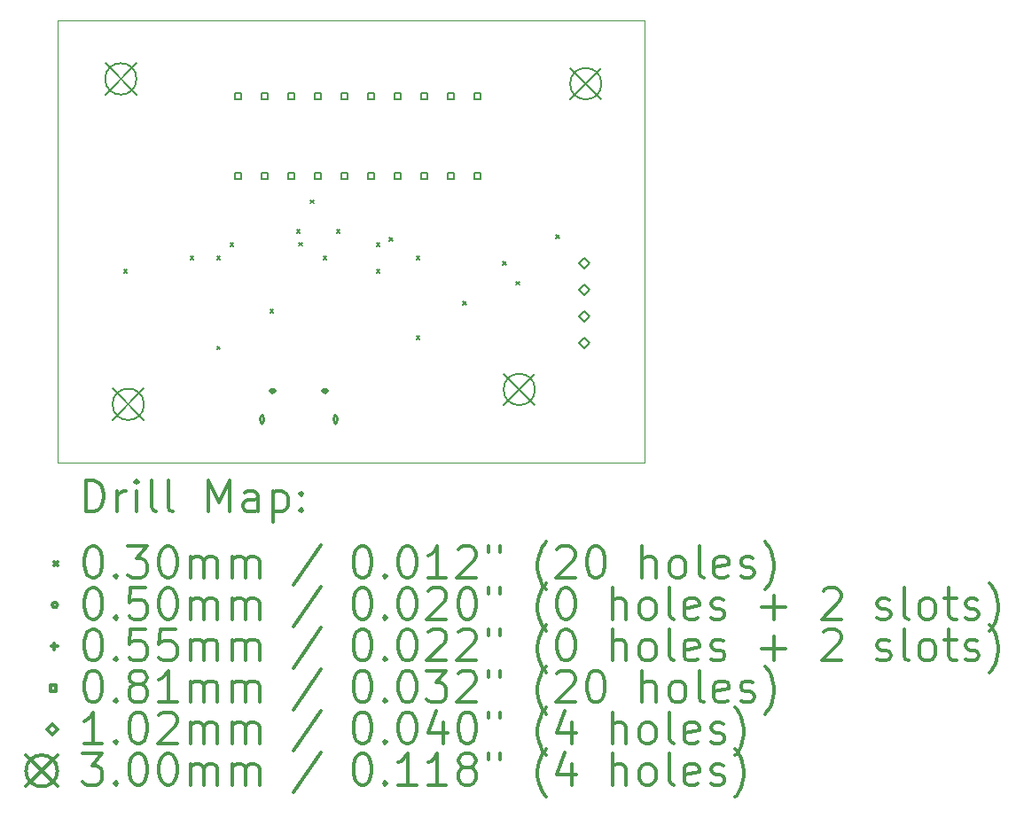
<source format=gbr>
%FSLAX45Y45*%
G04 Gerber Fmt 4.5, Leading zero omitted, Abs format (unit mm)*
G04 Created by KiCad (PCBNEW (2015-07-31 BZR 6030)-product) date Sat Sep 12 09:45:32 2015*
%MOMM*%
G01*
G04 APERTURE LIST*
%ADD10C,0.127000*%
%ADD11C,0.100000*%
%ADD12C,0.200000*%
%ADD13C,0.300000*%
G04 APERTURE END LIST*
D10*
D11*
X12502060Y-12543720D02*
X12502060Y-8317160D01*
X12669700Y-12543720D02*
X12502060Y-12543720D01*
X18100220Y-12543720D02*
X12669700Y-12543720D01*
X18100220Y-8317160D02*
X18100220Y-12543720D01*
X12507140Y-8317160D02*
X18100220Y-8317160D01*
D12*
X13133560Y-10702640D02*
X13163560Y-10732640D01*
X13163560Y-10702640D02*
X13133560Y-10732640D01*
X13768560Y-10575640D02*
X13798560Y-10605640D01*
X13798560Y-10575640D02*
X13768560Y-10605640D01*
X14022560Y-10575640D02*
X14052560Y-10605640D01*
X14052560Y-10575640D02*
X14022560Y-10605640D01*
X14022560Y-11435072D02*
X14052560Y-11465072D01*
X14052560Y-11435072D02*
X14022560Y-11465072D01*
X14149560Y-10448640D02*
X14179560Y-10478640D01*
X14179560Y-10448640D02*
X14149560Y-10478640D01*
X14530560Y-11083640D02*
X14560560Y-11113640D01*
X14560560Y-11083640D02*
X14530560Y-11113640D01*
X14784560Y-10321640D02*
X14814560Y-10351640D01*
X14814560Y-10321640D02*
X14784560Y-10351640D01*
X14804880Y-10443560D02*
X14834880Y-10473560D01*
X14834880Y-10443560D02*
X14804880Y-10473560D01*
X14916640Y-10037160D02*
X14946640Y-10067160D01*
X14946640Y-10037160D02*
X14916640Y-10067160D01*
X15038560Y-10575640D02*
X15068560Y-10605640D01*
X15068560Y-10575640D02*
X15038560Y-10605640D01*
X15165560Y-10321640D02*
X15195560Y-10351640D01*
X15195560Y-10321640D02*
X15165560Y-10351640D01*
X15546560Y-10448640D02*
X15576560Y-10478640D01*
X15576560Y-10448640D02*
X15546560Y-10478640D01*
X15546560Y-10702640D02*
X15576560Y-10732640D01*
X15576560Y-10702640D02*
X15546560Y-10732640D01*
X15669680Y-10397660D02*
X15699680Y-10427660D01*
X15699680Y-10397660D02*
X15669680Y-10427660D01*
X15927560Y-10575640D02*
X15957560Y-10605640D01*
X15957560Y-10575640D02*
X15927560Y-10605640D01*
X15927560Y-11337640D02*
X15957560Y-11367640D01*
X15957560Y-11337640D02*
X15927560Y-11367640D01*
X16372060Y-11004900D02*
X16402060Y-11034900D01*
X16402060Y-11004900D02*
X16372060Y-11034900D01*
X16753060Y-10623900D02*
X16783060Y-10653900D01*
X16783060Y-10623900D02*
X16753060Y-10653900D01*
X16880060Y-10814220D02*
X16910060Y-10844220D01*
X16910060Y-10814220D02*
X16880060Y-10844220D01*
X17261060Y-10369900D02*
X17291060Y-10399900D01*
X17291060Y-10369900D02*
X17261060Y-10399900D01*
X14477560Y-12130640D02*
G75*
G03X14477560Y-12130640I-25000J0D01*
G01*
X14467560Y-12163140D02*
X14467560Y-12098140D01*
X14437560Y-12163140D02*
X14437560Y-12098140D01*
X14467560Y-12098140D02*
G75*
G03X14437560Y-12098140I-15000J0D01*
G01*
X14437560Y-12163140D02*
G75*
G03X14467560Y-12163140I15000J0D01*
G01*
X15177560Y-12130640D02*
G75*
G03X15177560Y-12130640I-25000J0D01*
G01*
X15167560Y-12163140D02*
X15167560Y-12098140D01*
X15137560Y-12163140D02*
X15137560Y-12098140D01*
X15167560Y-12098140D02*
G75*
G03X15137560Y-12098140I-15000J0D01*
G01*
X15137560Y-12163140D02*
G75*
G03X15167560Y-12163140I15000J0D01*
G01*
X14552560Y-11833140D02*
X14552560Y-11888140D01*
X14525060Y-11860640D02*
X14580060Y-11860640D01*
X14537560Y-11878140D02*
X14567560Y-11878140D01*
X14537560Y-11843140D02*
X14567560Y-11843140D01*
X14567560Y-11878140D02*
G75*
G03X14567560Y-11843140I0J17500D01*
G01*
X14537560Y-11843140D02*
G75*
G03X14537560Y-11878140I0J-17500D01*
G01*
X15052560Y-11833140D02*
X15052560Y-11888140D01*
X15025060Y-11860640D02*
X15080060Y-11860640D01*
X15037560Y-11878140D02*
X15067560Y-11878140D01*
X15037560Y-11843140D02*
X15067560Y-11843140D01*
X15067560Y-11878140D02*
G75*
G03X15067560Y-11843140I0J17500D01*
G01*
X15037560Y-11843140D02*
G75*
G03X15037560Y-11878140I0J-17500D01*
G01*
X14254257Y-9075057D02*
X14254257Y-9017583D01*
X14196783Y-9017583D01*
X14196783Y-9075057D01*
X14254257Y-9075057D01*
X14254257Y-9837057D02*
X14254257Y-9779583D01*
X14196783Y-9779583D01*
X14196783Y-9837057D01*
X14254257Y-9837057D01*
X14508257Y-9075057D02*
X14508257Y-9017583D01*
X14450783Y-9017583D01*
X14450783Y-9075057D01*
X14508257Y-9075057D01*
X14508257Y-9837057D02*
X14508257Y-9779583D01*
X14450783Y-9779583D01*
X14450783Y-9837057D01*
X14508257Y-9837057D01*
X14762257Y-9075057D02*
X14762257Y-9017583D01*
X14704783Y-9017583D01*
X14704783Y-9075057D01*
X14762257Y-9075057D01*
X14762257Y-9837057D02*
X14762257Y-9779583D01*
X14704783Y-9779583D01*
X14704783Y-9837057D01*
X14762257Y-9837057D01*
X15016257Y-9075057D02*
X15016257Y-9017583D01*
X14958783Y-9017583D01*
X14958783Y-9075057D01*
X15016257Y-9075057D01*
X15016257Y-9837057D02*
X15016257Y-9779583D01*
X14958783Y-9779583D01*
X14958783Y-9837057D01*
X15016257Y-9837057D01*
X15270257Y-9075057D02*
X15270257Y-9017583D01*
X15212783Y-9017583D01*
X15212783Y-9075057D01*
X15270257Y-9075057D01*
X15270257Y-9837057D02*
X15270257Y-9779583D01*
X15212783Y-9779583D01*
X15212783Y-9837057D01*
X15270257Y-9837057D01*
X15524257Y-9075057D02*
X15524257Y-9017583D01*
X15466783Y-9017583D01*
X15466783Y-9075057D01*
X15524257Y-9075057D01*
X15524257Y-9837057D02*
X15524257Y-9779583D01*
X15466783Y-9779583D01*
X15466783Y-9837057D01*
X15524257Y-9837057D01*
X15778257Y-9075057D02*
X15778257Y-9017583D01*
X15720783Y-9017583D01*
X15720783Y-9075057D01*
X15778257Y-9075057D01*
X15778257Y-9837057D02*
X15778257Y-9779583D01*
X15720783Y-9779583D01*
X15720783Y-9837057D01*
X15778257Y-9837057D01*
X16032257Y-9075057D02*
X16032257Y-9017583D01*
X15974783Y-9017583D01*
X15974783Y-9075057D01*
X16032257Y-9075057D01*
X16032257Y-9837057D02*
X16032257Y-9779583D01*
X15974783Y-9779583D01*
X15974783Y-9837057D01*
X16032257Y-9837057D01*
X16286257Y-9075057D02*
X16286257Y-9017583D01*
X16228783Y-9017583D01*
X16228783Y-9075057D01*
X16286257Y-9075057D01*
X16286257Y-9837057D02*
X16286257Y-9779583D01*
X16228783Y-9779583D01*
X16228783Y-9837057D01*
X16286257Y-9837057D01*
X16540257Y-9075057D02*
X16540257Y-9017583D01*
X16482783Y-9017583D01*
X16482783Y-9075057D01*
X16540257Y-9075057D01*
X16540257Y-9837057D02*
X16540257Y-9779583D01*
X16482783Y-9779583D01*
X16482783Y-9837057D01*
X16540257Y-9837057D01*
X17530060Y-10689700D02*
X17580860Y-10638900D01*
X17530060Y-10588100D01*
X17479260Y-10638900D01*
X17530060Y-10689700D01*
X17530060Y-10943700D02*
X17580860Y-10892900D01*
X17530060Y-10842100D01*
X17479260Y-10892900D01*
X17530060Y-10943700D01*
X17530060Y-11197700D02*
X17580860Y-11146900D01*
X17530060Y-11096100D01*
X17479260Y-11146900D01*
X17530060Y-11197700D01*
X17530060Y-11451700D02*
X17580860Y-11400900D01*
X17530060Y-11350100D01*
X17479260Y-11400900D01*
X17530060Y-11451700D01*
X12952840Y-8728680D02*
X13252840Y-9028680D01*
X13252840Y-8728680D02*
X12952840Y-9028680D01*
X13252840Y-8878680D02*
G75*
G03X13252840Y-8878680I-150000J0D01*
G01*
X13023960Y-11837640D02*
X13323960Y-12137640D01*
X13323960Y-11837640D02*
X13023960Y-12137640D01*
X13323960Y-11987640D02*
G75*
G03X13323960Y-11987640I-150000J0D01*
G01*
X16757760Y-11695400D02*
X17057760Y-11995400D01*
X17057760Y-11695400D02*
X16757760Y-11995400D01*
X17057760Y-11845400D02*
G75*
G03X17057760Y-11845400I-150000J0D01*
G01*
X17392760Y-8774400D02*
X17692760Y-9074400D01*
X17692760Y-8774400D02*
X17392760Y-9074400D01*
X17692760Y-8924400D02*
G75*
G03X17692760Y-8924400I-150000J0D01*
G01*
D13*
X12768488Y-13014434D02*
X12768488Y-12714434D01*
X12839917Y-12714434D01*
X12882774Y-12728720D01*
X12911346Y-12757291D01*
X12925631Y-12785863D01*
X12939917Y-12843006D01*
X12939917Y-12885863D01*
X12925631Y-12943006D01*
X12911346Y-12971577D01*
X12882774Y-13000149D01*
X12839917Y-13014434D01*
X12768488Y-13014434D01*
X13068488Y-13014434D02*
X13068488Y-12814434D01*
X13068488Y-12871577D02*
X13082774Y-12843006D01*
X13097060Y-12828720D01*
X13125631Y-12814434D01*
X13154203Y-12814434D01*
X13254203Y-13014434D02*
X13254203Y-12814434D01*
X13254203Y-12714434D02*
X13239917Y-12728720D01*
X13254203Y-12743006D01*
X13268488Y-12728720D01*
X13254203Y-12714434D01*
X13254203Y-12743006D01*
X13439917Y-13014434D02*
X13411346Y-13000149D01*
X13397060Y-12971577D01*
X13397060Y-12714434D01*
X13597060Y-13014434D02*
X13568488Y-13000149D01*
X13554203Y-12971577D01*
X13554203Y-12714434D01*
X13939917Y-13014434D02*
X13939917Y-12714434D01*
X14039917Y-12928720D01*
X14139917Y-12714434D01*
X14139917Y-13014434D01*
X14411346Y-13014434D02*
X14411346Y-12857291D01*
X14397060Y-12828720D01*
X14368488Y-12814434D01*
X14311346Y-12814434D01*
X14282774Y-12828720D01*
X14411346Y-13000149D02*
X14382774Y-13014434D01*
X14311346Y-13014434D01*
X14282774Y-13000149D01*
X14268488Y-12971577D01*
X14268488Y-12943006D01*
X14282774Y-12914434D01*
X14311346Y-12900149D01*
X14382774Y-12900149D01*
X14411346Y-12885863D01*
X14554203Y-12814434D02*
X14554203Y-13114434D01*
X14554203Y-12828720D02*
X14582774Y-12814434D01*
X14639917Y-12814434D01*
X14668488Y-12828720D01*
X14682774Y-12843006D01*
X14697060Y-12871577D01*
X14697060Y-12957291D01*
X14682774Y-12985863D01*
X14668488Y-13000149D01*
X14639917Y-13014434D01*
X14582774Y-13014434D01*
X14554203Y-13000149D01*
X14825631Y-12985863D02*
X14839917Y-13000149D01*
X14825631Y-13014434D01*
X14811346Y-13000149D01*
X14825631Y-12985863D01*
X14825631Y-13014434D01*
X14825631Y-12828720D02*
X14839917Y-12843006D01*
X14825631Y-12857291D01*
X14811346Y-12843006D01*
X14825631Y-12828720D01*
X14825631Y-12857291D01*
X12467060Y-13493720D02*
X12497060Y-13523720D01*
X12497060Y-13493720D02*
X12467060Y-13523720D01*
X12825631Y-13344434D02*
X12854203Y-13344434D01*
X12882774Y-13358720D01*
X12897060Y-13373006D01*
X12911346Y-13401577D01*
X12925631Y-13458720D01*
X12925631Y-13530149D01*
X12911346Y-13587291D01*
X12897060Y-13615863D01*
X12882774Y-13630149D01*
X12854203Y-13644434D01*
X12825631Y-13644434D01*
X12797060Y-13630149D01*
X12782774Y-13615863D01*
X12768488Y-13587291D01*
X12754203Y-13530149D01*
X12754203Y-13458720D01*
X12768488Y-13401577D01*
X12782774Y-13373006D01*
X12797060Y-13358720D01*
X12825631Y-13344434D01*
X13054203Y-13615863D02*
X13068488Y-13630149D01*
X13054203Y-13644434D01*
X13039917Y-13630149D01*
X13054203Y-13615863D01*
X13054203Y-13644434D01*
X13168488Y-13344434D02*
X13354203Y-13344434D01*
X13254203Y-13458720D01*
X13297060Y-13458720D01*
X13325631Y-13473006D01*
X13339917Y-13487291D01*
X13354203Y-13515863D01*
X13354203Y-13587291D01*
X13339917Y-13615863D01*
X13325631Y-13630149D01*
X13297060Y-13644434D01*
X13211346Y-13644434D01*
X13182774Y-13630149D01*
X13168488Y-13615863D01*
X13539917Y-13344434D02*
X13568488Y-13344434D01*
X13597060Y-13358720D01*
X13611346Y-13373006D01*
X13625631Y-13401577D01*
X13639917Y-13458720D01*
X13639917Y-13530149D01*
X13625631Y-13587291D01*
X13611346Y-13615863D01*
X13597060Y-13630149D01*
X13568488Y-13644434D01*
X13539917Y-13644434D01*
X13511346Y-13630149D01*
X13497060Y-13615863D01*
X13482774Y-13587291D01*
X13468488Y-13530149D01*
X13468488Y-13458720D01*
X13482774Y-13401577D01*
X13497060Y-13373006D01*
X13511346Y-13358720D01*
X13539917Y-13344434D01*
X13768488Y-13644434D02*
X13768488Y-13444434D01*
X13768488Y-13473006D02*
X13782774Y-13458720D01*
X13811346Y-13444434D01*
X13854203Y-13444434D01*
X13882774Y-13458720D01*
X13897060Y-13487291D01*
X13897060Y-13644434D01*
X13897060Y-13487291D02*
X13911346Y-13458720D01*
X13939917Y-13444434D01*
X13982774Y-13444434D01*
X14011346Y-13458720D01*
X14025631Y-13487291D01*
X14025631Y-13644434D01*
X14168488Y-13644434D02*
X14168488Y-13444434D01*
X14168488Y-13473006D02*
X14182774Y-13458720D01*
X14211346Y-13444434D01*
X14254203Y-13444434D01*
X14282774Y-13458720D01*
X14297060Y-13487291D01*
X14297060Y-13644434D01*
X14297060Y-13487291D02*
X14311346Y-13458720D01*
X14339917Y-13444434D01*
X14382774Y-13444434D01*
X14411346Y-13458720D01*
X14425631Y-13487291D01*
X14425631Y-13644434D01*
X15011346Y-13330149D02*
X14754203Y-13715863D01*
X15397060Y-13344434D02*
X15425631Y-13344434D01*
X15454203Y-13358720D01*
X15468488Y-13373006D01*
X15482774Y-13401577D01*
X15497060Y-13458720D01*
X15497060Y-13530149D01*
X15482774Y-13587291D01*
X15468488Y-13615863D01*
X15454203Y-13630149D01*
X15425631Y-13644434D01*
X15397060Y-13644434D01*
X15368488Y-13630149D01*
X15354203Y-13615863D01*
X15339917Y-13587291D01*
X15325631Y-13530149D01*
X15325631Y-13458720D01*
X15339917Y-13401577D01*
X15354203Y-13373006D01*
X15368488Y-13358720D01*
X15397060Y-13344434D01*
X15625631Y-13615863D02*
X15639917Y-13630149D01*
X15625631Y-13644434D01*
X15611346Y-13630149D01*
X15625631Y-13615863D01*
X15625631Y-13644434D01*
X15825631Y-13344434D02*
X15854203Y-13344434D01*
X15882774Y-13358720D01*
X15897060Y-13373006D01*
X15911345Y-13401577D01*
X15925631Y-13458720D01*
X15925631Y-13530149D01*
X15911345Y-13587291D01*
X15897060Y-13615863D01*
X15882774Y-13630149D01*
X15854203Y-13644434D01*
X15825631Y-13644434D01*
X15797060Y-13630149D01*
X15782774Y-13615863D01*
X15768488Y-13587291D01*
X15754203Y-13530149D01*
X15754203Y-13458720D01*
X15768488Y-13401577D01*
X15782774Y-13373006D01*
X15797060Y-13358720D01*
X15825631Y-13344434D01*
X16211345Y-13644434D02*
X16039917Y-13644434D01*
X16125631Y-13644434D02*
X16125631Y-13344434D01*
X16097060Y-13387291D01*
X16068488Y-13415863D01*
X16039917Y-13430149D01*
X16325631Y-13373006D02*
X16339917Y-13358720D01*
X16368488Y-13344434D01*
X16439917Y-13344434D01*
X16468488Y-13358720D01*
X16482774Y-13373006D01*
X16497060Y-13401577D01*
X16497060Y-13430149D01*
X16482774Y-13473006D01*
X16311345Y-13644434D01*
X16497060Y-13644434D01*
X16611346Y-13344434D02*
X16611346Y-13401577D01*
X16725631Y-13344434D02*
X16725631Y-13401577D01*
X17168488Y-13758720D02*
X17154203Y-13744434D01*
X17125631Y-13701577D01*
X17111346Y-13673006D01*
X17097060Y-13630149D01*
X17082774Y-13558720D01*
X17082774Y-13501577D01*
X17097060Y-13430149D01*
X17111346Y-13387291D01*
X17125631Y-13358720D01*
X17154203Y-13315863D01*
X17168488Y-13301577D01*
X17268488Y-13373006D02*
X17282774Y-13358720D01*
X17311346Y-13344434D01*
X17382774Y-13344434D01*
X17411346Y-13358720D01*
X17425631Y-13373006D01*
X17439917Y-13401577D01*
X17439917Y-13430149D01*
X17425631Y-13473006D01*
X17254203Y-13644434D01*
X17439917Y-13644434D01*
X17625631Y-13344434D02*
X17654203Y-13344434D01*
X17682774Y-13358720D01*
X17697060Y-13373006D01*
X17711346Y-13401577D01*
X17725631Y-13458720D01*
X17725631Y-13530149D01*
X17711346Y-13587291D01*
X17697060Y-13615863D01*
X17682774Y-13630149D01*
X17654203Y-13644434D01*
X17625631Y-13644434D01*
X17597060Y-13630149D01*
X17582774Y-13615863D01*
X17568488Y-13587291D01*
X17554203Y-13530149D01*
X17554203Y-13458720D01*
X17568488Y-13401577D01*
X17582774Y-13373006D01*
X17597060Y-13358720D01*
X17625631Y-13344434D01*
X18082774Y-13644434D02*
X18082774Y-13344434D01*
X18211346Y-13644434D02*
X18211346Y-13487291D01*
X18197060Y-13458720D01*
X18168488Y-13444434D01*
X18125631Y-13444434D01*
X18097060Y-13458720D01*
X18082774Y-13473006D01*
X18397060Y-13644434D02*
X18368488Y-13630149D01*
X18354203Y-13615863D01*
X18339917Y-13587291D01*
X18339917Y-13501577D01*
X18354203Y-13473006D01*
X18368488Y-13458720D01*
X18397060Y-13444434D01*
X18439917Y-13444434D01*
X18468488Y-13458720D01*
X18482774Y-13473006D01*
X18497060Y-13501577D01*
X18497060Y-13587291D01*
X18482774Y-13615863D01*
X18468488Y-13630149D01*
X18439917Y-13644434D01*
X18397060Y-13644434D01*
X18668488Y-13644434D02*
X18639917Y-13630149D01*
X18625631Y-13601577D01*
X18625631Y-13344434D01*
X18897060Y-13630149D02*
X18868489Y-13644434D01*
X18811346Y-13644434D01*
X18782774Y-13630149D01*
X18768489Y-13601577D01*
X18768489Y-13487291D01*
X18782774Y-13458720D01*
X18811346Y-13444434D01*
X18868489Y-13444434D01*
X18897060Y-13458720D01*
X18911346Y-13487291D01*
X18911346Y-13515863D01*
X18768489Y-13544434D01*
X19025631Y-13630149D02*
X19054203Y-13644434D01*
X19111346Y-13644434D01*
X19139917Y-13630149D01*
X19154203Y-13601577D01*
X19154203Y-13587291D01*
X19139917Y-13558720D01*
X19111346Y-13544434D01*
X19068489Y-13544434D01*
X19039917Y-13530149D01*
X19025631Y-13501577D01*
X19025631Y-13487291D01*
X19039917Y-13458720D01*
X19068489Y-13444434D01*
X19111346Y-13444434D01*
X19139917Y-13458720D01*
X19254203Y-13758720D02*
X19268489Y-13744434D01*
X19297060Y-13701577D01*
X19311346Y-13673006D01*
X19325631Y-13630149D01*
X19339917Y-13558720D01*
X19339917Y-13501577D01*
X19325631Y-13430149D01*
X19311346Y-13387291D01*
X19297060Y-13358720D01*
X19268489Y-13315863D01*
X19254203Y-13301577D01*
X12497060Y-13904720D02*
G75*
G03X12497060Y-13904720I-25000J0D01*
G01*
X12825631Y-13740434D02*
X12854203Y-13740434D01*
X12882774Y-13754720D01*
X12897060Y-13769006D01*
X12911346Y-13797577D01*
X12925631Y-13854720D01*
X12925631Y-13926149D01*
X12911346Y-13983291D01*
X12897060Y-14011863D01*
X12882774Y-14026149D01*
X12854203Y-14040434D01*
X12825631Y-14040434D01*
X12797060Y-14026149D01*
X12782774Y-14011863D01*
X12768488Y-13983291D01*
X12754203Y-13926149D01*
X12754203Y-13854720D01*
X12768488Y-13797577D01*
X12782774Y-13769006D01*
X12797060Y-13754720D01*
X12825631Y-13740434D01*
X13054203Y-14011863D02*
X13068488Y-14026149D01*
X13054203Y-14040434D01*
X13039917Y-14026149D01*
X13054203Y-14011863D01*
X13054203Y-14040434D01*
X13339917Y-13740434D02*
X13197060Y-13740434D01*
X13182774Y-13883291D01*
X13197060Y-13869006D01*
X13225631Y-13854720D01*
X13297060Y-13854720D01*
X13325631Y-13869006D01*
X13339917Y-13883291D01*
X13354203Y-13911863D01*
X13354203Y-13983291D01*
X13339917Y-14011863D01*
X13325631Y-14026149D01*
X13297060Y-14040434D01*
X13225631Y-14040434D01*
X13197060Y-14026149D01*
X13182774Y-14011863D01*
X13539917Y-13740434D02*
X13568488Y-13740434D01*
X13597060Y-13754720D01*
X13611346Y-13769006D01*
X13625631Y-13797577D01*
X13639917Y-13854720D01*
X13639917Y-13926149D01*
X13625631Y-13983291D01*
X13611346Y-14011863D01*
X13597060Y-14026149D01*
X13568488Y-14040434D01*
X13539917Y-14040434D01*
X13511346Y-14026149D01*
X13497060Y-14011863D01*
X13482774Y-13983291D01*
X13468488Y-13926149D01*
X13468488Y-13854720D01*
X13482774Y-13797577D01*
X13497060Y-13769006D01*
X13511346Y-13754720D01*
X13539917Y-13740434D01*
X13768488Y-14040434D02*
X13768488Y-13840434D01*
X13768488Y-13869006D02*
X13782774Y-13854720D01*
X13811346Y-13840434D01*
X13854203Y-13840434D01*
X13882774Y-13854720D01*
X13897060Y-13883291D01*
X13897060Y-14040434D01*
X13897060Y-13883291D02*
X13911346Y-13854720D01*
X13939917Y-13840434D01*
X13982774Y-13840434D01*
X14011346Y-13854720D01*
X14025631Y-13883291D01*
X14025631Y-14040434D01*
X14168488Y-14040434D02*
X14168488Y-13840434D01*
X14168488Y-13869006D02*
X14182774Y-13854720D01*
X14211346Y-13840434D01*
X14254203Y-13840434D01*
X14282774Y-13854720D01*
X14297060Y-13883291D01*
X14297060Y-14040434D01*
X14297060Y-13883291D02*
X14311346Y-13854720D01*
X14339917Y-13840434D01*
X14382774Y-13840434D01*
X14411346Y-13854720D01*
X14425631Y-13883291D01*
X14425631Y-14040434D01*
X15011346Y-13726149D02*
X14754203Y-14111863D01*
X15397060Y-13740434D02*
X15425631Y-13740434D01*
X15454203Y-13754720D01*
X15468488Y-13769006D01*
X15482774Y-13797577D01*
X15497060Y-13854720D01*
X15497060Y-13926149D01*
X15482774Y-13983291D01*
X15468488Y-14011863D01*
X15454203Y-14026149D01*
X15425631Y-14040434D01*
X15397060Y-14040434D01*
X15368488Y-14026149D01*
X15354203Y-14011863D01*
X15339917Y-13983291D01*
X15325631Y-13926149D01*
X15325631Y-13854720D01*
X15339917Y-13797577D01*
X15354203Y-13769006D01*
X15368488Y-13754720D01*
X15397060Y-13740434D01*
X15625631Y-14011863D02*
X15639917Y-14026149D01*
X15625631Y-14040434D01*
X15611346Y-14026149D01*
X15625631Y-14011863D01*
X15625631Y-14040434D01*
X15825631Y-13740434D02*
X15854203Y-13740434D01*
X15882774Y-13754720D01*
X15897060Y-13769006D01*
X15911345Y-13797577D01*
X15925631Y-13854720D01*
X15925631Y-13926149D01*
X15911345Y-13983291D01*
X15897060Y-14011863D01*
X15882774Y-14026149D01*
X15854203Y-14040434D01*
X15825631Y-14040434D01*
X15797060Y-14026149D01*
X15782774Y-14011863D01*
X15768488Y-13983291D01*
X15754203Y-13926149D01*
X15754203Y-13854720D01*
X15768488Y-13797577D01*
X15782774Y-13769006D01*
X15797060Y-13754720D01*
X15825631Y-13740434D01*
X16039917Y-13769006D02*
X16054203Y-13754720D01*
X16082774Y-13740434D01*
X16154203Y-13740434D01*
X16182774Y-13754720D01*
X16197060Y-13769006D01*
X16211345Y-13797577D01*
X16211345Y-13826149D01*
X16197060Y-13869006D01*
X16025631Y-14040434D01*
X16211345Y-14040434D01*
X16397060Y-13740434D02*
X16425631Y-13740434D01*
X16454203Y-13754720D01*
X16468488Y-13769006D01*
X16482774Y-13797577D01*
X16497060Y-13854720D01*
X16497060Y-13926149D01*
X16482774Y-13983291D01*
X16468488Y-14011863D01*
X16454203Y-14026149D01*
X16425631Y-14040434D01*
X16397060Y-14040434D01*
X16368488Y-14026149D01*
X16354203Y-14011863D01*
X16339917Y-13983291D01*
X16325631Y-13926149D01*
X16325631Y-13854720D01*
X16339917Y-13797577D01*
X16354203Y-13769006D01*
X16368488Y-13754720D01*
X16397060Y-13740434D01*
X16611346Y-13740434D02*
X16611346Y-13797577D01*
X16725631Y-13740434D02*
X16725631Y-13797577D01*
X17168488Y-14154720D02*
X17154203Y-14140434D01*
X17125631Y-14097577D01*
X17111346Y-14069006D01*
X17097060Y-14026149D01*
X17082774Y-13954720D01*
X17082774Y-13897577D01*
X17097060Y-13826149D01*
X17111346Y-13783291D01*
X17125631Y-13754720D01*
X17154203Y-13711863D01*
X17168488Y-13697577D01*
X17339917Y-13740434D02*
X17368488Y-13740434D01*
X17397060Y-13754720D01*
X17411346Y-13769006D01*
X17425631Y-13797577D01*
X17439917Y-13854720D01*
X17439917Y-13926149D01*
X17425631Y-13983291D01*
X17411346Y-14011863D01*
X17397060Y-14026149D01*
X17368488Y-14040434D01*
X17339917Y-14040434D01*
X17311346Y-14026149D01*
X17297060Y-14011863D01*
X17282774Y-13983291D01*
X17268488Y-13926149D01*
X17268488Y-13854720D01*
X17282774Y-13797577D01*
X17297060Y-13769006D01*
X17311346Y-13754720D01*
X17339917Y-13740434D01*
X17797060Y-14040434D02*
X17797060Y-13740434D01*
X17925631Y-14040434D02*
X17925631Y-13883291D01*
X17911346Y-13854720D01*
X17882774Y-13840434D01*
X17839917Y-13840434D01*
X17811346Y-13854720D01*
X17797060Y-13869006D01*
X18111346Y-14040434D02*
X18082774Y-14026149D01*
X18068488Y-14011863D01*
X18054203Y-13983291D01*
X18054203Y-13897577D01*
X18068488Y-13869006D01*
X18082774Y-13854720D01*
X18111346Y-13840434D01*
X18154203Y-13840434D01*
X18182774Y-13854720D01*
X18197060Y-13869006D01*
X18211346Y-13897577D01*
X18211346Y-13983291D01*
X18197060Y-14011863D01*
X18182774Y-14026149D01*
X18154203Y-14040434D01*
X18111346Y-14040434D01*
X18382774Y-14040434D02*
X18354203Y-14026149D01*
X18339917Y-13997577D01*
X18339917Y-13740434D01*
X18611346Y-14026149D02*
X18582774Y-14040434D01*
X18525631Y-14040434D01*
X18497060Y-14026149D01*
X18482774Y-13997577D01*
X18482774Y-13883291D01*
X18497060Y-13854720D01*
X18525631Y-13840434D01*
X18582774Y-13840434D01*
X18611346Y-13854720D01*
X18625631Y-13883291D01*
X18625631Y-13911863D01*
X18482774Y-13940434D01*
X18739917Y-14026149D02*
X18768489Y-14040434D01*
X18825631Y-14040434D01*
X18854203Y-14026149D01*
X18868489Y-13997577D01*
X18868489Y-13983291D01*
X18854203Y-13954720D01*
X18825631Y-13940434D01*
X18782774Y-13940434D01*
X18754203Y-13926149D01*
X18739917Y-13897577D01*
X18739917Y-13883291D01*
X18754203Y-13854720D01*
X18782774Y-13840434D01*
X18825631Y-13840434D01*
X18854203Y-13854720D01*
X19225631Y-13926149D02*
X19454203Y-13926149D01*
X19339917Y-14040434D02*
X19339917Y-13811863D01*
X19811346Y-13769006D02*
X19825631Y-13754720D01*
X19854203Y-13740434D01*
X19925631Y-13740434D01*
X19954203Y-13754720D01*
X19968488Y-13769006D01*
X19982774Y-13797577D01*
X19982774Y-13826149D01*
X19968488Y-13869006D01*
X19797060Y-14040434D01*
X19982774Y-14040434D01*
X20325631Y-14026149D02*
X20354203Y-14040434D01*
X20411346Y-14040434D01*
X20439917Y-14026149D01*
X20454203Y-13997577D01*
X20454203Y-13983291D01*
X20439917Y-13954720D01*
X20411346Y-13940434D01*
X20368488Y-13940434D01*
X20339917Y-13926149D01*
X20325631Y-13897577D01*
X20325631Y-13883291D01*
X20339917Y-13854720D01*
X20368488Y-13840434D01*
X20411346Y-13840434D01*
X20439917Y-13854720D01*
X20625631Y-14040434D02*
X20597060Y-14026149D01*
X20582774Y-13997577D01*
X20582774Y-13740434D01*
X20782774Y-14040434D02*
X20754203Y-14026149D01*
X20739917Y-14011863D01*
X20725631Y-13983291D01*
X20725631Y-13897577D01*
X20739917Y-13869006D01*
X20754203Y-13854720D01*
X20782774Y-13840434D01*
X20825631Y-13840434D01*
X20854203Y-13854720D01*
X20868488Y-13869006D01*
X20882774Y-13897577D01*
X20882774Y-13983291D01*
X20868488Y-14011863D01*
X20854203Y-14026149D01*
X20825631Y-14040434D01*
X20782774Y-14040434D01*
X20968488Y-13840434D02*
X21082774Y-13840434D01*
X21011346Y-13740434D02*
X21011346Y-13997577D01*
X21025631Y-14026149D01*
X21054203Y-14040434D01*
X21082774Y-14040434D01*
X21168489Y-14026149D02*
X21197060Y-14040434D01*
X21254203Y-14040434D01*
X21282774Y-14026149D01*
X21297060Y-13997577D01*
X21297060Y-13983291D01*
X21282774Y-13954720D01*
X21254203Y-13940434D01*
X21211346Y-13940434D01*
X21182774Y-13926149D01*
X21168489Y-13897577D01*
X21168489Y-13883291D01*
X21182774Y-13854720D01*
X21211346Y-13840434D01*
X21254203Y-13840434D01*
X21282774Y-13854720D01*
X21397060Y-14154720D02*
X21411346Y-14140434D01*
X21439917Y-14097577D01*
X21454203Y-14069006D01*
X21468488Y-14026149D01*
X21482774Y-13954720D01*
X21482774Y-13897577D01*
X21468488Y-13826149D01*
X21454203Y-13783291D01*
X21439917Y-13754720D01*
X21411346Y-13711863D01*
X21397060Y-13697577D01*
X12469560Y-14273220D02*
X12469560Y-14328220D01*
X12442060Y-14300720D02*
X12497060Y-14300720D01*
X12825631Y-14136434D02*
X12854203Y-14136434D01*
X12882774Y-14150720D01*
X12897060Y-14165006D01*
X12911346Y-14193577D01*
X12925631Y-14250720D01*
X12925631Y-14322149D01*
X12911346Y-14379291D01*
X12897060Y-14407863D01*
X12882774Y-14422149D01*
X12854203Y-14436434D01*
X12825631Y-14436434D01*
X12797060Y-14422149D01*
X12782774Y-14407863D01*
X12768488Y-14379291D01*
X12754203Y-14322149D01*
X12754203Y-14250720D01*
X12768488Y-14193577D01*
X12782774Y-14165006D01*
X12797060Y-14150720D01*
X12825631Y-14136434D01*
X13054203Y-14407863D02*
X13068488Y-14422149D01*
X13054203Y-14436434D01*
X13039917Y-14422149D01*
X13054203Y-14407863D01*
X13054203Y-14436434D01*
X13339917Y-14136434D02*
X13197060Y-14136434D01*
X13182774Y-14279291D01*
X13197060Y-14265006D01*
X13225631Y-14250720D01*
X13297060Y-14250720D01*
X13325631Y-14265006D01*
X13339917Y-14279291D01*
X13354203Y-14307863D01*
X13354203Y-14379291D01*
X13339917Y-14407863D01*
X13325631Y-14422149D01*
X13297060Y-14436434D01*
X13225631Y-14436434D01*
X13197060Y-14422149D01*
X13182774Y-14407863D01*
X13625631Y-14136434D02*
X13482774Y-14136434D01*
X13468488Y-14279291D01*
X13482774Y-14265006D01*
X13511346Y-14250720D01*
X13582774Y-14250720D01*
X13611346Y-14265006D01*
X13625631Y-14279291D01*
X13639917Y-14307863D01*
X13639917Y-14379291D01*
X13625631Y-14407863D01*
X13611346Y-14422149D01*
X13582774Y-14436434D01*
X13511346Y-14436434D01*
X13482774Y-14422149D01*
X13468488Y-14407863D01*
X13768488Y-14436434D02*
X13768488Y-14236434D01*
X13768488Y-14265006D02*
X13782774Y-14250720D01*
X13811346Y-14236434D01*
X13854203Y-14236434D01*
X13882774Y-14250720D01*
X13897060Y-14279291D01*
X13897060Y-14436434D01*
X13897060Y-14279291D02*
X13911346Y-14250720D01*
X13939917Y-14236434D01*
X13982774Y-14236434D01*
X14011346Y-14250720D01*
X14025631Y-14279291D01*
X14025631Y-14436434D01*
X14168488Y-14436434D02*
X14168488Y-14236434D01*
X14168488Y-14265006D02*
X14182774Y-14250720D01*
X14211346Y-14236434D01*
X14254203Y-14236434D01*
X14282774Y-14250720D01*
X14297060Y-14279291D01*
X14297060Y-14436434D01*
X14297060Y-14279291D02*
X14311346Y-14250720D01*
X14339917Y-14236434D01*
X14382774Y-14236434D01*
X14411346Y-14250720D01*
X14425631Y-14279291D01*
X14425631Y-14436434D01*
X15011346Y-14122149D02*
X14754203Y-14507863D01*
X15397060Y-14136434D02*
X15425631Y-14136434D01*
X15454203Y-14150720D01*
X15468488Y-14165006D01*
X15482774Y-14193577D01*
X15497060Y-14250720D01*
X15497060Y-14322149D01*
X15482774Y-14379291D01*
X15468488Y-14407863D01*
X15454203Y-14422149D01*
X15425631Y-14436434D01*
X15397060Y-14436434D01*
X15368488Y-14422149D01*
X15354203Y-14407863D01*
X15339917Y-14379291D01*
X15325631Y-14322149D01*
X15325631Y-14250720D01*
X15339917Y-14193577D01*
X15354203Y-14165006D01*
X15368488Y-14150720D01*
X15397060Y-14136434D01*
X15625631Y-14407863D02*
X15639917Y-14422149D01*
X15625631Y-14436434D01*
X15611346Y-14422149D01*
X15625631Y-14407863D01*
X15625631Y-14436434D01*
X15825631Y-14136434D02*
X15854203Y-14136434D01*
X15882774Y-14150720D01*
X15897060Y-14165006D01*
X15911345Y-14193577D01*
X15925631Y-14250720D01*
X15925631Y-14322149D01*
X15911345Y-14379291D01*
X15897060Y-14407863D01*
X15882774Y-14422149D01*
X15854203Y-14436434D01*
X15825631Y-14436434D01*
X15797060Y-14422149D01*
X15782774Y-14407863D01*
X15768488Y-14379291D01*
X15754203Y-14322149D01*
X15754203Y-14250720D01*
X15768488Y-14193577D01*
X15782774Y-14165006D01*
X15797060Y-14150720D01*
X15825631Y-14136434D01*
X16039917Y-14165006D02*
X16054203Y-14150720D01*
X16082774Y-14136434D01*
X16154203Y-14136434D01*
X16182774Y-14150720D01*
X16197060Y-14165006D01*
X16211345Y-14193577D01*
X16211345Y-14222149D01*
X16197060Y-14265006D01*
X16025631Y-14436434D01*
X16211345Y-14436434D01*
X16325631Y-14165006D02*
X16339917Y-14150720D01*
X16368488Y-14136434D01*
X16439917Y-14136434D01*
X16468488Y-14150720D01*
X16482774Y-14165006D01*
X16497060Y-14193577D01*
X16497060Y-14222149D01*
X16482774Y-14265006D01*
X16311345Y-14436434D01*
X16497060Y-14436434D01*
X16611346Y-14136434D02*
X16611346Y-14193577D01*
X16725631Y-14136434D02*
X16725631Y-14193577D01*
X17168488Y-14550720D02*
X17154203Y-14536434D01*
X17125631Y-14493577D01*
X17111346Y-14465006D01*
X17097060Y-14422149D01*
X17082774Y-14350720D01*
X17082774Y-14293577D01*
X17097060Y-14222149D01*
X17111346Y-14179291D01*
X17125631Y-14150720D01*
X17154203Y-14107863D01*
X17168488Y-14093577D01*
X17339917Y-14136434D02*
X17368488Y-14136434D01*
X17397060Y-14150720D01*
X17411346Y-14165006D01*
X17425631Y-14193577D01*
X17439917Y-14250720D01*
X17439917Y-14322149D01*
X17425631Y-14379291D01*
X17411346Y-14407863D01*
X17397060Y-14422149D01*
X17368488Y-14436434D01*
X17339917Y-14436434D01*
X17311346Y-14422149D01*
X17297060Y-14407863D01*
X17282774Y-14379291D01*
X17268488Y-14322149D01*
X17268488Y-14250720D01*
X17282774Y-14193577D01*
X17297060Y-14165006D01*
X17311346Y-14150720D01*
X17339917Y-14136434D01*
X17797060Y-14436434D02*
X17797060Y-14136434D01*
X17925631Y-14436434D02*
X17925631Y-14279291D01*
X17911346Y-14250720D01*
X17882774Y-14236434D01*
X17839917Y-14236434D01*
X17811346Y-14250720D01*
X17797060Y-14265006D01*
X18111346Y-14436434D02*
X18082774Y-14422149D01*
X18068488Y-14407863D01*
X18054203Y-14379291D01*
X18054203Y-14293577D01*
X18068488Y-14265006D01*
X18082774Y-14250720D01*
X18111346Y-14236434D01*
X18154203Y-14236434D01*
X18182774Y-14250720D01*
X18197060Y-14265006D01*
X18211346Y-14293577D01*
X18211346Y-14379291D01*
X18197060Y-14407863D01*
X18182774Y-14422149D01*
X18154203Y-14436434D01*
X18111346Y-14436434D01*
X18382774Y-14436434D02*
X18354203Y-14422149D01*
X18339917Y-14393577D01*
X18339917Y-14136434D01*
X18611346Y-14422149D02*
X18582774Y-14436434D01*
X18525631Y-14436434D01*
X18497060Y-14422149D01*
X18482774Y-14393577D01*
X18482774Y-14279291D01*
X18497060Y-14250720D01*
X18525631Y-14236434D01*
X18582774Y-14236434D01*
X18611346Y-14250720D01*
X18625631Y-14279291D01*
X18625631Y-14307863D01*
X18482774Y-14336434D01*
X18739917Y-14422149D02*
X18768489Y-14436434D01*
X18825631Y-14436434D01*
X18854203Y-14422149D01*
X18868489Y-14393577D01*
X18868489Y-14379291D01*
X18854203Y-14350720D01*
X18825631Y-14336434D01*
X18782774Y-14336434D01*
X18754203Y-14322149D01*
X18739917Y-14293577D01*
X18739917Y-14279291D01*
X18754203Y-14250720D01*
X18782774Y-14236434D01*
X18825631Y-14236434D01*
X18854203Y-14250720D01*
X19225631Y-14322149D02*
X19454203Y-14322149D01*
X19339917Y-14436434D02*
X19339917Y-14207863D01*
X19811346Y-14165006D02*
X19825631Y-14150720D01*
X19854203Y-14136434D01*
X19925631Y-14136434D01*
X19954203Y-14150720D01*
X19968488Y-14165006D01*
X19982774Y-14193577D01*
X19982774Y-14222149D01*
X19968488Y-14265006D01*
X19797060Y-14436434D01*
X19982774Y-14436434D01*
X20325631Y-14422149D02*
X20354203Y-14436434D01*
X20411346Y-14436434D01*
X20439917Y-14422149D01*
X20454203Y-14393577D01*
X20454203Y-14379291D01*
X20439917Y-14350720D01*
X20411346Y-14336434D01*
X20368488Y-14336434D01*
X20339917Y-14322149D01*
X20325631Y-14293577D01*
X20325631Y-14279291D01*
X20339917Y-14250720D01*
X20368488Y-14236434D01*
X20411346Y-14236434D01*
X20439917Y-14250720D01*
X20625631Y-14436434D02*
X20597060Y-14422149D01*
X20582774Y-14393577D01*
X20582774Y-14136434D01*
X20782774Y-14436434D02*
X20754203Y-14422149D01*
X20739917Y-14407863D01*
X20725631Y-14379291D01*
X20725631Y-14293577D01*
X20739917Y-14265006D01*
X20754203Y-14250720D01*
X20782774Y-14236434D01*
X20825631Y-14236434D01*
X20854203Y-14250720D01*
X20868488Y-14265006D01*
X20882774Y-14293577D01*
X20882774Y-14379291D01*
X20868488Y-14407863D01*
X20854203Y-14422149D01*
X20825631Y-14436434D01*
X20782774Y-14436434D01*
X20968488Y-14236434D02*
X21082774Y-14236434D01*
X21011346Y-14136434D02*
X21011346Y-14393577D01*
X21025631Y-14422149D01*
X21054203Y-14436434D01*
X21082774Y-14436434D01*
X21168489Y-14422149D02*
X21197060Y-14436434D01*
X21254203Y-14436434D01*
X21282774Y-14422149D01*
X21297060Y-14393577D01*
X21297060Y-14379291D01*
X21282774Y-14350720D01*
X21254203Y-14336434D01*
X21211346Y-14336434D01*
X21182774Y-14322149D01*
X21168489Y-14293577D01*
X21168489Y-14279291D01*
X21182774Y-14250720D01*
X21211346Y-14236434D01*
X21254203Y-14236434D01*
X21282774Y-14250720D01*
X21397060Y-14550720D02*
X21411346Y-14536434D01*
X21439917Y-14493577D01*
X21454203Y-14465006D01*
X21468488Y-14422149D01*
X21482774Y-14350720D01*
X21482774Y-14293577D01*
X21468488Y-14222149D01*
X21454203Y-14179291D01*
X21439917Y-14150720D01*
X21411346Y-14107863D01*
X21397060Y-14093577D01*
X12485157Y-14725457D02*
X12485157Y-14667983D01*
X12427683Y-14667983D01*
X12427683Y-14725457D01*
X12485157Y-14725457D01*
X12825631Y-14532434D02*
X12854203Y-14532434D01*
X12882774Y-14546720D01*
X12897060Y-14561006D01*
X12911346Y-14589577D01*
X12925631Y-14646720D01*
X12925631Y-14718149D01*
X12911346Y-14775291D01*
X12897060Y-14803863D01*
X12882774Y-14818149D01*
X12854203Y-14832434D01*
X12825631Y-14832434D01*
X12797060Y-14818149D01*
X12782774Y-14803863D01*
X12768488Y-14775291D01*
X12754203Y-14718149D01*
X12754203Y-14646720D01*
X12768488Y-14589577D01*
X12782774Y-14561006D01*
X12797060Y-14546720D01*
X12825631Y-14532434D01*
X13054203Y-14803863D02*
X13068488Y-14818149D01*
X13054203Y-14832434D01*
X13039917Y-14818149D01*
X13054203Y-14803863D01*
X13054203Y-14832434D01*
X13239917Y-14661006D02*
X13211346Y-14646720D01*
X13197060Y-14632434D01*
X13182774Y-14603863D01*
X13182774Y-14589577D01*
X13197060Y-14561006D01*
X13211346Y-14546720D01*
X13239917Y-14532434D01*
X13297060Y-14532434D01*
X13325631Y-14546720D01*
X13339917Y-14561006D01*
X13354203Y-14589577D01*
X13354203Y-14603863D01*
X13339917Y-14632434D01*
X13325631Y-14646720D01*
X13297060Y-14661006D01*
X13239917Y-14661006D01*
X13211346Y-14675291D01*
X13197060Y-14689577D01*
X13182774Y-14718149D01*
X13182774Y-14775291D01*
X13197060Y-14803863D01*
X13211346Y-14818149D01*
X13239917Y-14832434D01*
X13297060Y-14832434D01*
X13325631Y-14818149D01*
X13339917Y-14803863D01*
X13354203Y-14775291D01*
X13354203Y-14718149D01*
X13339917Y-14689577D01*
X13325631Y-14675291D01*
X13297060Y-14661006D01*
X13639917Y-14832434D02*
X13468488Y-14832434D01*
X13554203Y-14832434D02*
X13554203Y-14532434D01*
X13525631Y-14575291D01*
X13497060Y-14603863D01*
X13468488Y-14618149D01*
X13768488Y-14832434D02*
X13768488Y-14632434D01*
X13768488Y-14661006D02*
X13782774Y-14646720D01*
X13811346Y-14632434D01*
X13854203Y-14632434D01*
X13882774Y-14646720D01*
X13897060Y-14675291D01*
X13897060Y-14832434D01*
X13897060Y-14675291D02*
X13911346Y-14646720D01*
X13939917Y-14632434D01*
X13982774Y-14632434D01*
X14011346Y-14646720D01*
X14025631Y-14675291D01*
X14025631Y-14832434D01*
X14168488Y-14832434D02*
X14168488Y-14632434D01*
X14168488Y-14661006D02*
X14182774Y-14646720D01*
X14211346Y-14632434D01*
X14254203Y-14632434D01*
X14282774Y-14646720D01*
X14297060Y-14675291D01*
X14297060Y-14832434D01*
X14297060Y-14675291D02*
X14311346Y-14646720D01*
X14339917Y-14632434D01*
X14382774Y-14632434D01*
X14411346Y-14646720D01*
X14425631Y-14675291D01*
X14425631Y-14832434D01*
X15011346Y-14518149D02*
X14754203Y-14903863D01*
X15397060Y-14532434D02*
X15425631Y-14532434D01*
X15454203Y-14546720D01*
X15468488Y-14561006D01*
X15482774Y-14589577D01*
X15497060Y-14646720D01*
X15497060Y-14718149D01*
X15482774Y-14775291D01*
X15468488Y-14803863D01*
X15454203Y-14818149D01*
X15425631Y-14832434D01*
X15397060Y-14832434D01*
X15368488Y-14818149D01*
X15354203Y-14803863D01*
X15339917Y-14775291D01*
X15325631Y-14718149D01*
X15325631Y-14646720D01*
X15339917Y-14589577D01*
X15354203Y-14561006D01*
X15368488Y-14546720D01*
X15397060Y-14532434D01*
X15625631Y-14803863D02*
X15639917Y-14818149D01*
X15625631Y-14832434D01*
X15611346Y-14818149D01*
X15625631Y-14803863D01*
X15625631Y-14832434D01*
X15825631Y-14532434D02*
X15854203Y-14532434D01*
X15882774Y-14546720D01*
X15897060Y-14561006D01*
X15911345Y-14589577D01*
X15925631Y-14646720D01*
X15925631Y-14718149D01*
X15911345Y-14775291D01*
X15897060Y-14803863D01*
X15882774Y-14818149D01*
X15854203Y-14832434D01*
X15825631Y-14832434D01*
X15797060Y-14818149D01*
X15782774Y-14803863D01*
X15768488Y-14775291D01*
X15754203Y-14718149D01*
X15754203Y-14646720D01*
X15768488Y-14589577D01*
X15782774Y-14561006D01*
X15797060Y-14546720D01*
X15825631Y-14532434D01*
X16025631Y-14532434D02*
X16211345Y-14532434D01*
X16111345Y-14646720D01*
X16154203Y-14646720D01*
X16182774Y-14661006D01*
X16197060Y-14675291D01*
X16211345Y-14703863D01*
X16211345Y-14775291D01*
X16197060Y-14803863D01*
X16182774Y-14818149D01*
X16154203Y-14832434D01*
X16068488Y-14832434D01*
X16039917Y-14818149D01*
X16025631Y-14803863D01*
X16325631Y-14561006D02*
X16339917Y-14546720D01*
X16368488Y-14532434D01*
X16439917Y-14532434D01*
X16468488Y-14546720D01*
X16482774Y-14561006D01*
X16497060Y-14589577D01*
X16497060Y-14618149D01*
X16482774Y-14661006D01*
X16311345Y-14832434D01*
X16497060Y-14832434D01*
X16611346Y-14532434D02*
X16611346Y-14589577D01*
X16725631Y-14532434D02*
X16725631Y-14589577D01*
X17168488Y-14946720D02*
X17154203Y-14932434D01*
X17125631Y-14889577D01*
X17111346Y-14861006D01*
X17097060Y-14818149D01*
X17082774Y-14746720D01*
X17082774Y-14689577D01*
X17097060Y-14618149D01*
X17111346Y-14575291D01*
X17125631Y-14546720D01*
X17154203Y-14503863D01*
X17168488Y-14489577D01*
X17268488Y-14561006D02*
X17282774Y-14546720D01*
X17311346Y-14532434D01*
X17382774Y-14532434D01*
X17411346Y-14546720D01*
X17425631Y-14561006D01*
X17439917Y-14589577D01*
X17439917Y-14618149D01*
X17425631Y-14661006D01*
X17254203Y-14832434D01*
X17439917Y-14832434D01*
X17625631Y-14532434D02*
X17654203Y-14532434D01*
X17682774Y-14546720D01*
X17697060Y-14561006D01*
X17711346Y-14589577D01*
X17725631Y-14646720D01*
X17725631Y-14718149D01*
X17711346Y-14775291D01*
X17697060Y-14803863D01*
X17682774Y-14818149D01*
X17654203Y-14832434D01*
X17625631Y-14832434D01*
X17597060Y-14818149D01*
X17582774Y-14803863D01*
X17568488Y-14775291D01*
X17554203Y-14718149D01*
X17554203Y-14646720D01*
X17568488Y-14589577D01*
X17582774Y-14561006D01*
X17597060Y-14546720D01*
X17625631Y-14532434D01*
X18082774Y-14832434D02*
X18082774Y-14532434D01*
X18211346Y-14832434D02*
X18211346Y-14675291D01*
X18197060Y-14646720D01*
X18168488Y-14632434D01*
X18125631Y-14632434D01*
X18097060Y-14646720D01*
X18082774Y-14661006D01*
X18397060Y-14832434D02*
X18368488Y-14818149D01*
X18354203Y-14803863D01*
X18339917Y-14775291D01*
X18339917Y-14689577D01*
X18354203Y-14661006D01*
X18368488Y-14646720D01*
X18397060Y-14632434D01*
X18439917Y-14632434D01*
X18468488Y-14646720D01*
X18482774Y-14661006D01*
X18497060Y-14689577D01*
X18497060Y-14775291D01*
X18482774Y-14803863D01*
X18468488Y-14818149D01*
X18439917Y-14832434D01*
X18397060Y-14832434D01*
X18668488Y-14832434D02*
X18639917Y-14818149D01*
X18625631Y-14789577D01*
X18625631Y-14532434D01*
X18897060Y-14818149D02*
X18868489Y-14832434D01*
X18811346Y-14832434D01*
X18782774Y-14818149D01*
X18768489Y-14789577D01*
X18768489Y-14675291D01*
X18782774Y-14646720D01*
X18811346Y-14632434D01*
X18868489Y-14632434D01*
X18897060Y-14646720D01*
X18911346Y-14675291D01*
X18911346Y-14703863D01*
X18768489Y-14732434D01*
X19025631Y-14818149D02*
X19054203Y-14832434D01*
X19111346Y-14832434D01*
X19139917Y-14818149D01*
X19154203Y-14789577D01*
X19154203Y-14775291D01*
X19139917Y-14746720D01*
X19111346Y-14732434D01*
X19068489Y-14732434D01*
X19039917Y-14718149D01*
X19025631Y-14689577D01*
X19025631Y-14675291D01*
X19039917Y-14646720D01*
X19068489Y-14632434D01*
X19111346Y-14632434D01*
X19139917Y-14646720D01*
X19254203Y-14946720D02*
X19268489Y-14932434D01*
X19297060Y-14889577D01*
X19311346Y-14861006D01*
X19325631Y-14818149D01*
X19339917Y-14746720D01*
X19339917Y-14689577D01*
X19325631Y-14618149D01*
X19311346Y-14575291D01*
X19297060Y-14546720D01*
X19268489Y-14503863D01*
X19254203Y-14489577D01*
X12446260Y-15143520D02*
X12497060Y-15092720D01*
X12446260Y-15041920D01*
X12395460Y-15092720D01*
X12446260Y-15143520D01*
X12925631Y-15228434D02*
X12754203Y-15228434D01*
X12839917Y-15228434D02*
X12839917Y-14928434D01*
X12811346Y-14971291D01*
X12782774Y-14999863D01*
X12754203Y-15014149D01*
X13054203Y-15199863D02*
X13068488Y-15214149D01*
X13054203Y-15228434D01*
X13039917Y-15214149D01*
X13054203Y-15199863D01*
X13054203Y-15228434D01*
X13254203Y-14928434D02*
X13282774Y-14928434D01*
X13311346Y-14942720D01*
X13325631Y-14957006D01*
X13339917Y-14985577D01*
X13354203Y-15042720D01*
X13354203Y-15114149D01*
X13339917Y-15171291D01*
X13325631Y-15199863D01*
X13311346Y-15214149D01*
X13282774Y-15228434D01*
X13254203Y-15228434D01*
X13225631Y-15214149D01*
X13211346Y-15199863D01*
X13197060Y-15171291D01*
X13182774Y-15114149D01*
X13182774Y-15042720D01*
X13197060Y-14985577D01*
X13211346Y-14957006D01*
X13225631Y-14942720D01*
X13254203Y-14928434D01*
X13468488Y-14957006D02*
X13482774Y-14942720D01*
X13511346Y-14928434D01*
X13582774Y-14928434D01*
X13611346Y-14942720D01*
X13625631Y-14957006D01*
X13639917Y-14985577D01*
X13639917Y-15014149D01*
X13625631Y-15057006D01*
X13454203Y-15228434D01*
X13639917Y-15228434D01*
X13768488Y-15228434D02*
X13768488Y-15028434D01*
X13768488Y-15057006D02*
X13782774Y-15042720D01*
X13811346Y-15028434D01*
X13854203Y-15028434D01*
X13882774Y-15042720D01*
X13897060Y-15071291D01*
X13897060Y-15228434D01*
X13897060Y-15071291D02*
X13911346Y-15042720D01*
X13939917Y-15028434D01*
X13982774Y-15028434D01*
X14011346Y-15042720D01*
X14025631Y-15071291D01*
X14025631Y-15228434D01*
X14168488Y-15228434D02*
X14168488Y-15028434D01*
X14168488Y-15057006D02*
X14182774Y-15042720D01*
X14211346Y-15028434D01*
X14254203Y-15028434D01*
X14282774Y-15042720D01*
X14297060Y-15071291D01*
X14297060Y-15228434D01*
X14297060Y-15071291D02*
X14311346Y-15042720D01*
X14339917Y-15028434D01*
X14382774Y-15028434D01*
X14411346Y-15042720D01*
X14425631Y-15071291D01*
X14425631Y-15228434D01*
X15011346Y-14914149D02*
X14754203Y-15299863D01*
X15397060Y-14928434D02*
X15425631Y-14928434D01*
X15454203Y-14942720D01*
X15468488Y-14957006D01*
X15482774Y-14985577D01*
X15497060Y-15042720D01*
X15497060Y-15114149D01*
X15482774Y-15171291D01*
X15468488Y-15199863D01*
X15454203Y-15214149D01*
X15425631Y-15228434D01*
X15397060Y-15228434D01*
X15368488Y-15214149D01*
X15354203Y-15199863D01*
X15339917Y-15171291D01*
X15325631Y-15114149D01*
X15325631Y-15042720D01*
X15339917Y-14985577D01*
X15354203Y-14957006D01*
X15368488Y-14942720D01*
X15397060Y-14928434D01*
X15625631Y-15199863D02*
X15639917Y-15214149D01*
X15625631Y-15228434D01*
X15611346Y-15214149D01*
X15625631Y-15199863D01*
X15625631Y-15228434D01*
X15825631Y-14928434D02*
X15854203Y-14928434D01*
X15882774Y-14942720D01*
X15897060Y-14957006D01*
X15911345Y-14985577D01*
X15925631Y-15042720D01*
X15925631Y-15114149D01*
X15911345Y-15171291D01*
X15897060Y-15199863D01*
X15882774Y-15214149D01*
X15854203Y-15228434D01*
X15825631Y-15228434D01*
X15797060Y-15214149D01*
X15782774Y-15199863D01*
X15768488Y-15171291D01*
X15754203Y-15114149D01*
X15754203Y-15042720D01*
X15768488Y-14985577D01*
X15782774Y-14957006D01*
X15797060Y-14942720D01*
X15825631Y-14928434D01*
X16182774Y-15028434D02*
X16182774Y-15228434D01*
X16111345Y-14914149D02*
X16039917Y-15128434D01*
X16225631Y-15128434D01*
X16397060Y-14928434D02*
X16425631Y-14928434D01*
X16454203Y-14942720D01*
X16468488Y-14957006D01*
X16482774Y-14985577D01*
X16497060Y-15042720D01*
X16497060Y-15114149D01*
X16482774Y-15171291D01*
X16468488Y-15199863D01*
X16454203Y-15214149D01*
X16425631Y-15228434D01*
X16397060Y-15228434D01*
X16368488Y-15214149D01*
X16354203Y-15199863D01*
X16339917Y-15171291D01*
X16325631Y-15114149D01*
X16325631Y-15042720D01*
X16339917Y-14985577D01*
X16354203Y-14957006D01*
X16368488Y-14942720D01*
X16397060Y-14928434D01*
X16611346Y-14928434D02*
X16611346Y-14985577D01*
X16725631Y-14928434D02*
X16725631Y-14985577D01*
X17168488Y-15342720D02*
X17154203Y-15328434D01*
X17125631Y-15285577D01*
X17111346Y-15257006D01*
X17097060Y-15214149D01*
X17082774Y-15142720D01*
X17082774Y-15085577D01*
X17097060Y-15014149D01*
X17111346Y-14971291D01*
X17125631Y-14942720D01*
X17154203Y-14899863D01*
X17168488Y-14885577D01*
X17411346Y-15028434D02*
X17411346Y-15228434D01*
X17339917Y-14914149D02*
X17268488Y-15128434D01*
X17454203Y-15128434D01*
X17797060Y-15228434D02*
X17797060Y-14928434D01*
X17925631Y-15228434D02*
X17925631Y-15071291D01*
X17911346Y-15042720D01*
X17882774Y-15028434D01*
X17839917Y-15028434D01*
X17811346Y-15042720D01*
X17797060Y-15057006D01*
X18111346Y-15228434D02*
X18082774Y-15214149D01*
X18068488Y-15199863D01*
X18054203Y-15171291D01*
X18054203Y-15085577D01*
X18068488Y-15057006D01*
X18082774Y-15042720D01*
X18111346Y-15028434D01*
X18154203Y-15028434D01*
X18182774Y-15042720D01*
X18197060Y-15057006D01*
X18211346Y-15085577D01*
X18211346Y-15171291D01*
X18197060Y-15199863D01*
X18182774Y-15214149D01*
X18154203Y-15228434D01*
X18111346Y-15228434D01*
X18382774Y-15228434D02*
X18354203Y-15214149D01*
X18339917Y-15185577D01*
X18339917Y-14928434D01*
X18611346Y-15214149D02*
X18582774Y-15228434D01*
X18525631Y-15228434D01*
X18497060Y-15214149D01*
X18482774Y-15185577D01*
X18482774Y-15071291D01*
X18497060Y-15042720D01*
X18525631Y-15028434D01*
X18582774Y-15028434D01*
X18611346Y-15042720D01*
X18625631Y-15071291D01*
X18625631Y-15099863D01*
X18482774Y-15128434D01*
X18739917Y-15214149D02*
X18768489Y-15228434D01*
X18825631Y-15228434D01*
X18854203Y-15214149D01*
X18868489Y-15185577D01*
X18868489Y-15171291D01*
X18854203Y-15142720D01*
X18825631Y-15128434D01*
X18782774Y-15128434D01*
X18754203Y-15114149D01*
X18739917Y-15085577D01*
X18739917Y-15071291D01*
X18754203Y-15042720D01*
X18782774Y-15028434D01*
X18825631Y-15028434D01*
X18854203Y-15042720D01*
X18968488Y-15342720D02*
X18982774Y-15328434D01*
X19011346Y-15285577D01*
X19025631Y-15257006D01*
X19039917Y-15214149D01*
X19054203Y-15142720D01*
X19054203Y-15085577D01*
X19039917Y-15014149D01*
X19025631Y-14971291D01*
X19011346Y-14942720D01*
X18982774Y-14899863D01*
X18968488Y-14885577D01*
X12197060Y-15338720D02*
X12497060Y-15638720D01*
X12497060Y-15338720D02*
X12197060Y-15638720D01*
X12497060Y-15488720D02*
G75*
G03X12497060Y-15488720I-150000J0D01*
G01*
X12739917Y-15324434D02*
X12925631Y-15324434D01*
X12825631Y-15438720D01*
X12868488Y-15438720D01*
X12897060Y-15453006D01*
X12911346Y-15467291D01*
X12925631Y-15495863D01*
X12925631Y-15567291D01*
X12911346Y-15595863D01*
X12897060Y-15610149D01*
X12868488Y-15624434D01*
X12782774Y-15624434D01*
X12754203Y-15610149D01*
X12739917Y-15595863D01*
X13054203Y-15595863D02*
X13068488Y-15610149D01*
X13054203Y-15624434D01*
X13039917Y-15610149D01*
X13054203Y-15595863D01*
X13054203Y-15624434D01*
X13254203Y-15324434D02*
X13282774Y-15324434D01*
X13311346Y-15338720D01*
X13325631Y-15353006D01*
X13339917Y-15381577D01*
X13354203Y-15438720D01*
X13354203Y-15510149D01*
X13339917Y-15567291D01*
X13325631Y-15595863D01*
X13311346Y-15610149D01*
X13282774Y-15624434D01*
X13254203Y-15624434D01*
X13225631Y-15610149D01*
X13211346Y-15595863D01*
X13197060Y-15567291D01*
X13182774Y-15510149D01*
X13182774Y-15438720D01*
X13197060Y-15381577D01*
X13211346Y-15353006D01*
X13225631Y-15338720D01*
X13254203Y-15324434D01*
X13539917Y-15324434D02*
X13568488Y-15324434D01*
X13597060Y-15338720D01*
X13611346Y-15353006D01*
X13625631Y-15381577D01*
X13639917Y-15438720D01*
X13639917Y-15510149D01*
X13625631Y-15567291D01*
X13611346Y-15595863D01*
X13597060Y-15610149D01*
X13568488Y-15624434D01*
X13539917Y-15624434D01*
X13511346Y-15610149D01*
X13497060Y-15595863D01*
X13482774Y-15567291D01*
X13468488Y-15510149D01*
X13468488Y-15438720D01*
X13482774Y-15381577D01*
X13497060Y-15353006D01*
X13511346Y-15338720D01*
X13539917Y-15324434D01*
X13768488Y-15624434D02*
X13768488Y-15424434D01*
X13768488Y-15453006D02*
X13782774Y-15438720D01*
X13811346Y-15424434D01*
X13854203Y-15424434D01*
X13882774Y-15438720D01*
X13897060Y-15467291D01*
X13897060Y-15624434D01*
X13897060Y-15467291D02*
X13911346Y-15438720D01*
X13939917Y-15424434D01*
X13982774Y-15424434D01*
X14011346Y-15438720D01*
X14025631Y-15467291D01*
X14025631Y-15624434D01*
X14168488Y-15624434D02*
X14168488Y-15424434D01*
X14168488Y-15453006D02*
X14182774Y-15438720D01*
X14211346Y-15424434D01*
X14254203Y-15424434D01*
X14282774Y-15438720D01*
X14297060Y-15467291D01*
X14297060Y-15624434D01*
X14297060Y-15467291D02*
X14311346Y-15438720D01*
X14339917Y-15424434D01*
X14382774Y-15424434D01*
X14411346Y-15438720D01*
X14425631Y-15467291D01*
X14425631Y-15624434D01*
X15011346Y-15310149D02*
X14754203Y-15695863D01*
X15397060Y-15324434D02*
X15425631Y-15324434D01*
X15454203Y-15338720D01*
X15468488Y-15353006D01*
X15482774Y-15381577D01*
X15497060Y-15438720D01*
X15497060Y-15510149D01*
X15482774Y-15567291D01*
X15468488Y-15595863D01*
X15454203Y-15610149D01*
X15425631Y-15624434D01*
X15397060Y-15624434D01*
X15368488Y-15610149D01*
X15354203Y-15595863D01*
X15339917Y-15567291D01*
X15325631Y-15510149D01*
X15325631Y-15438720D01*
X15339917Y-15381577D01*
X15354203Y-15353006D01*
X15368488Y-15338720D01*
X15397060Y-15324434D01*
X15625631Y-15595863D02*
X15639917Y-15610149D01*
X15625631Y-15624434D01*
X15611346Y-15610149D01*
X15625631Y-15595863D01*
X15625631Y-15624434D01*
X15925631Y-15624434D02*
X15754203Y-15624434D01*
X15839917Y-15624434D02*
X15839917Y-15324434D01*
X15811345Y-15367291D01*
X15782774Y-15395863D01*
X15754203Y-15410149D01*
X16211345Y-15624434D02*
X16039917Y-15624434D01*
X16125631Y-15624434D02*
X16125631Y-15324434D01*
X16097060Y-15367291D01*
X16068488Y-15395863D01*
X16039917Y-15410149D01*
X16382774Y-15453006D02*
X16354203Y-15438720D01*
X16339917Y-15424434D01*
X16325631Y-15395863D01*
X16325631Y-15381577D01*
X16339917Y-15353006D01*
X16354203Y-15338720D01*
X16382774Y-15324434D01*
X16439917Y-15324434D01*
X16468488Y-15338720D01*
X16482774Y-15353006D01*
X16497060Y-15381577D01*
X16497060Y-15395863D01*
X16482774Y-15424434D01*
X16468488Y-15438720D01*
X16439917Y-15453006D01*
X16382774Y-15453006D01*
X16354203Y-15467291D01*
X16339917Y-15481577D01*
X16325631Y-15510149D01*
X16325631Y-15567291D01*
X16339917Y-15595863D01*
X16354203Y-15610149D01*
X16382774Y-15624434D01*
X16439917Y-15624434D01*
X16468488Y-15610149D01*
X16482774Y-15595863D01*
X16497060Y-15567291D01*
X16497060Y-15510149D01*
X16482774Y-15481577D01*
X16468488Y-15467291D01*
X16439917Y-15453006D01*
X16611346Y-15324434D02*
X16611346Y-15381577D01*
X16725631Y-15324434D02*
X16725631Y-15381577D01*
X17168488Y-15738720D02*
X17154203Y-15724434D01*
X17125631Y-15681577D01*
X17111346Y-15653006D01*
X17097060Y-15610149D01*
X17082774Y-15538720D01*
X17082774Y-15481577D01*
X17097060Y-15410149D01*
X17111346Y-15367291D01*
X17125631Y-15338720D01*
X17154203Y-15295863D01*
X17168488Y-15281577D01*
X17411346Y-15424434D02*
X17411346Y-15624434D01*
X17339917Y-15310149D02*
X17268488Y-15524434D01*
X17454203Y-15524434D01*
X17797060Y-15624434D02*
X17797060Y-15324434D01*
X17925631Y-15624434D02*
X17925631Y-15467291D01*
X17911346Y-15438720D01*
X17882774Y-15424434D01*
X17839917Y-15424434D01*
X17811346Y-15438720D01*
X17797060Y-15453006D01*
X18111346Y-15624434D02*
X18082774Y-15610149D01*
X18068488Y-15595863D01*
X18054203Y-15567291D01*
X18054203Y-15481577D01*
X18068488Y-15453006D01*
X18082774Y-15438720D01*
X18111346Y-15424434D01*
X18154203Y-15424434D01*
X18182774Y-15438720D01*
X18197060Y-15453006D01*
X18211346Y-15481577D01*
X18211346Y-15567291D01*
X18197060Y-15595863D01*
X18182774Y-15610149D01*
X18154203Y-15624434D01*
X18111346Y-15624434D01*
X18382774Y-15624434D02*
X18354203Y-15610149D01*
X18339917Y-15581577D01*
X18339917Y-15324434D01*
X18611346Y-15610149D02*
X18582774Y-15624434D01*
X18525631Y-15624434D01*
X18497060Y-15610149D01*
X18482774Y-15581577D01*
X18482774Y-15467291D01*
X18497060Y-15438720D01*
X18525631Y-15424434D01*
X18582774Y-15424434D01*
X18611346Y-15438720D01*
X18625631Y-15467291D01*
X18625631Y-15495863D01*
X18482774Y-15524434D01*
X18739917Y-15610149D02*
X18768489Y-15624434D01*
X18825631Y-15624434D01*
X18854203Y-15610149D01*
X18868489Y-15581577D01*
X18868489Y-15567291D01*
X18854203Y-15538720D01*
X18825631Y-15524434D01*
X18782774Y-15524434D01*
X18754203Y-15510149D01*
X18739917Y-15481577D01*
X18739917Y-15467291D01*
X18754203Y-15438720D01*
X18782774Y-15424434D01*
X18825631Y-15424434D01*
X18854203Y-15438720D01*
X18968488Y-15738720D02*
X18982774Y-15724434D01*
X19011346Y-15681577D01*
X19025631Y-15653006D01*
X19039917Y-15610149D01*
X19054203Y-15538720D01*
X19054203Y-15481577D01*
X19039917Y-15410149D01*
X19025631Y-15367291D01*
X19011346Y-15338720D01*
X18982774Y-15295863D01*
X18968488Y-15281577D01*
M02*

</source>
